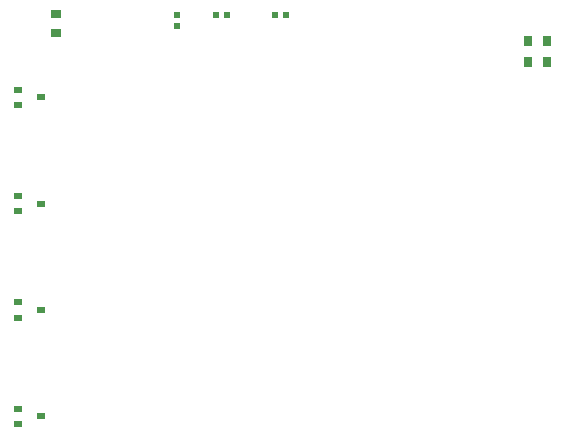
<source format=gtp>
%TF.GenerationSoftware,KiCad,Pcbnew,(5.1.12)-1*%
%TF.CreationDate,2022-03-07T14:57:08+09:00*%
%TF.ProjectId,RP2040CommandStationKeypad,52503230-3430-4436-9f6d-6d616e645374,rev?*%
%TF.SameCoordinates,PX4b571c0PY7cee6c0*%
%TF.FileFunction,Paste,Top*%
%TF.FilePolarity,Positive*%
%FSLAX46Y46*%
G04 Gerber Fmt 4.6, Leading zero omitted, Abs format (unit mm)*
G04 Created by KiCad (PCBNEW (5.1.12)-1) date 2022-03-07 14:57:08*
%MOMM*%
%LPD*%
G01*
G04 APERTURE LIST*
%ADD10R,0.500000X0.550000*%
%ADD11R,0.550000X0.500000*%
%ADD12R,0.800000X0.600000*%
%ADD13R,0.700000X0.900000*%
%ADD14R,0.900000X0.700000*%
G04 APERTURE END LIST*
D10*
%TO.C,C1*%
X22500000Y41275000D03*
X22500000Y42225000D03*
%TD*%
D11*
%TO.C,C2*%
X25775000Y42250000D03*
X26725000Y42250000D03*
%TD*%
%TO.C,C3*%
X30775000Y42250000D03*
X31725000Y42250000D03*
%TD*%
D12*
%TO.C,Q1*%
X10950000Y35250000D03*
X9050000Y34600000D03*
X9050000Y35900000D03*
%TD*%
%TO.C,Q2*%
X9050000Y26900000D03*
X9050000Y25600000D03*
X10950000Y26250000D03*
%TD*%
%TO.C,Q3*%
X10950000Y17250000D03*
X9050000Y16600000D03*
X9050000Y17900000D03*
%TD*%
%TO.C,Q4*%
X9050000Y8900000D03*
X9050000Y7600000D03*
X10950000Y8250000D03*
%TD*%
D13*
%TO.C,R1*%
X53800000Y40000000D03*
X52200000Y40000000D03*
%TD*%
%TO.C,R2*%
X52200000Y38250000D03*
X53800000Y38250000D03*
%TD*%
D14*
%TO.C,R3*%
X12250000Y40700000D03*
X12250000Y42300000D03*
%TD*%
M02*

</source>
